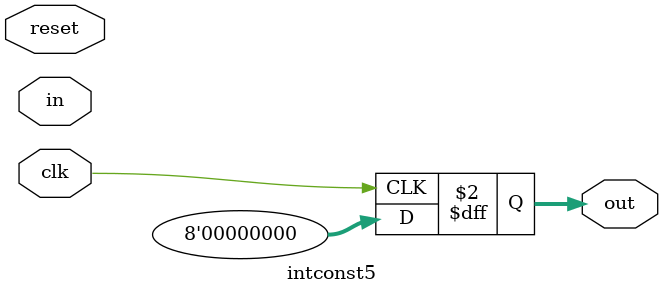
<source format=v>
module intconst5
  (input wire       reset,
   input wire       clk,
   input wire [7:0] in,
   output reg [7:0] out);

   always @(posedge clk) out <= 8'B 0000_0000;

endmodule

</source>
